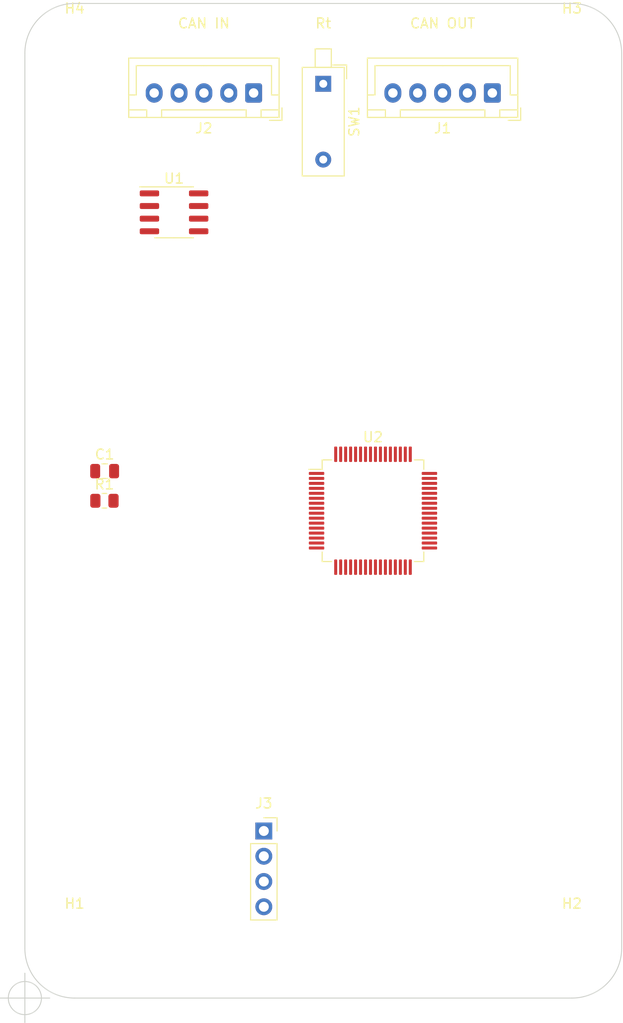
<source format=kicad_pcb>
(kicad_pcb (version 20211014) (generator pcbnew)
  (layers (0 "F.Cu" signal) (31 "B.Cu" signal) (34 "B.Paste" user) (35 "F.Paste" user) (36 "B.SilkS" user "B.Silkscreen") (37 "F.SilkS" user "F.Silkscreen") (38 "B.Mask" user) (39 "F.Mask" user) (44 "Edge.Cuts" user))
  (net 0 "")
  (net 3 "/CAN_GND")
  (net 4 "/CAN_L")
  (net 5 "/CAN_SHLD")
  (net 6 "/CAN_H")
  (net 7 "/PWR_in")
  (net 8 "/+5V")
  (net 9 "/SWDIO")
  (net 10 "/SWDCLK")
  (net 11 "/GND")
  (footprint "MountingHole:MountingHole_3.5mm" (layer "F.Cu") (at 150 40)
    (fp_text reference "H3" (at 0 -4.5) (layer "F.SilkS"))
    (fp_text value "MountingHole")
    (pad "" np_thru_hole circle (at 0 0) (size 3.5 3.5) (drill 3.5) (layers *.Cu *.Mask))
  )
  (footprint "Package_SO:SOIC-8_3.9x4.9mm_P1.27mm" (layer "F.Cu") (at 110 56)
    (fp_text reference "U1" (at 0 -3.4) (layer "F.SilkS"))
    (fp_text value "SN65HVD232")
    (fp_line (start 0 2.56) (end -1.95 2.56) (layer "F.SilkS") (width 0.12))
    (fp_line (start 0 -2.56) (end 1.95 -2.56) (layer "F.SilkS") (width 0.12))
    (fp_line (start 0 2.56) (end 1.95 2.56) (layer "F.SilkS") (width 0.12))
    (fp_line (start 0 -2.56) (end -3.45 -2.56) (layer "F.SilkS") (width 0.12))
    (pad "1" smd roundrect (at -2.475 -1.905) (size 1.95 0.6) (layers "F.Cu" "F.Paste" "F.Mask"))
    (pad "2" smd roundrect (at -2.475 -0.635) (size 1.95 0.6) (layers "F.Cu" "F.Paste" "F.Mask"))
    (pad "3" smd roundrect (at -2.475 0.635) (size 1.95 0.6) (layers "F.Cu" "F.Paste" "F.Mask"))
    (pad "4" smd roundrect (at -2.475 1.905) (size 1.95 0.6) (layers "F.Cu" "F.Paste" "F.Mask"))
    (pad "5" smd roundrect (at 2.475 1.905) (size 1.95 0.6) (layers "F.Cu" "F.Paste" "F.Mask"))
    (pad "6" smd roundrect (at 2.475 0.635) (size 1.95 0.6) (layers "F.Cu" "F.Paste" "F.Mask"))
    (pad "7" smd roundrect (at 2.475 -0.635) (size 1.95 0.6) (layers "F.Cu" "F.Paste" "F.Mask"))
    (pad "8" smd roundrect (at 2.475 -1.905) (size 1.95 0.6) (layers "F.Cu" "F.Paste" "F.Mask"))
  )
  (footprint "Package_QFP:LQFP-64_10x10mm_P0.5mm" (layer "F.Cu") (at 130 86)
    (fp_text reference "U2" (at 0 -7.4) (layer "F.SilkS"))
    (fp_text value "STM32F412RGTx")
    (fp_line (start -5.11 -5.11) (end -5.11 -4.16) (layer "F.SilkS") (width 0.12))
    (fp_line (start -4.16 5.11) (end -5.11 5.11) (layer "F.SilkS") (width 0.12))
    (fp_line (start -5.11 5.11) (end -5.11 4.16) (layer "F.SilkS") (width 0.12))
    (fp_line (start 4.16 -5.11) (end 5.11 -5.11) (layer "F.SilkS") (width 0.12))
    (fp_line (start -5.11 -4.16) (end -6.45 -4.16) (layer "F.SilkS") (width 0.12))
    (fp_line (start 4.16 5.11) (end 5.11 5.11) (layer "F.SilkS") (width 0.12))
    (fp_line (start -4.16 -5.11) (end -5.11 -5.11) (layer "F.SilkS") (width 0.12))
    (fp_line (start 5.11 -5.11) (end 5.11 -4.16) (layer "F.SilkS") (width 0.12))
    (fp_line (start 5.11 5.11) (end 5.11 4.16) (layer "F.SilkS") (width 0.12))
    (pad "1" smd roundrect (at -5.675 -3.75) (size 1.55 0.3) (layers "F.Cu" "F.Paste" "F.Mask"))
    (pad "2" smd roundrect (at -5.675 -3.25) (size 1.55 0.3) (layers "F.Cu" "F.Paste" "F.Mask"))
    (pad "3" smd roundrect (at -5.675 -2.75) (size 1.55 0.3) (layers "F.Cu" "F.Paste" "F.Mask"))
    (pad "4" smd roundrect (at -5.675 -2.25) (size 1.55 0.3) (layers "F.Cu" "F.Paste" "F.Mask"))
    (pad "5" smd roundrect (at -5.675 -1.75) (size 1.55 0.3) (layers "F.Cu" "F.Paste" "F.Mask"))
    (pad "6" smd roundrect (at -5.675 -1.25) (size 1.55 0.3) (layers "F.Cu" "F.Paste" "F.Mask"))
    (pad "7" smd roundrect (at -5.675 -0.75) (size 1.55 0.3) (layers "F.Cu" "F.Paste" "F.Mask"))
    (pad "8" smd roundrect (at -5.675 -0.25) (size 1.55 0.3) (layers "F.Cu" "F.Paste" "F.Mask"))
    (pad "9" smd roundrect (at -5.675 0.25) (size 1.55 0.3) (layers "F.Cu" "F.Paste" "F.Mask"))
    (pad "10" smd roundrect (at -5.675 0.75) (size 1.55 0.3) (layers "F.Cu" "F.Paste" "F.Mask"))
    (pad "11" smd roundrect (at -5.675 1.25) (size 1.55 0.3) (layers "F.Cu" "F.Paste" "F.Mask"))
    (pad "12" smd roundrect (at -5.675 1.75) (size 1.55 0.3) (layers "F.Cu" "F.Paste" "F.Mask"))
    (pad "13" smd roundrect (at -5.675 2.25) (size 1.55 0.3) (layers "F.Cu" "F.Paste" "F.Mask"))
    (pad "14" smd roundrect (at -5.675 2.75) (size 1.55 0.3) (layers "F.Cu" "F.Paste" "F.Mask"))
    (pad "15" smd roundrect (at -5.675 3.25) (size 1.55 0.3) (layers "F.Cu" "F.Paste" "F.Mask"))
    (pad "16" smd roundrect (at -5.675 3.75) (size 1.55 0.3) (layers "F.Cu" "F.Paste" "F.Mask"))
    (pad "17" smd roundrect (at -3.75 5.675) (size 0.3 1.55) (layers "F.Cu" "F.Paste" "F.Mask"))
    (pad "18" smd roundrect (at -3.25 5.675) (size 0.3 1.55) (layers "F.Cu" "F.Paste" "F.Mask"))
    (pad "19" smd roundrect (at -2.75 5.675) (size 0.3 1.55) (layers "F.Cu" "F.Paste" "F.Mask"))
    (pad "20" smd roundrect (at -2.25 5.675) (size 0.3 1.55) (layers "F.Cu" "F.Paste" "F.Mask"))
    (pad "21" smd roundrect (at -1.75 5.675) (size 0.3 1.55) (layers "F.Cu" "F.Paste" "F.Mask"))
    (pad "22" smd roundrect (at -1.25 5.675) (size 0.3 1.55) (layers "F.Cu" "F.Paste" "F.Mask"))
    (pad "23" smd roundrect (at -0.75 5.675) (size 0.3 1.55) (layers "F.Cu" "F.Paste" "F.Mask"))
    (pad "24" smd roundrect (at -0.25 5.675) (size 0.3 1.55) (layers "F.Cu" "F.Paste" "F.Mask"))
    (pad "25" smd roundrect (at 0.25 5.675) (size 0.3 1.55) (layers "F.Cu" "F.Paste" "F.Mask"))
    (pad "26" smd roundrect (at 0.75 5.675) (size 0.3 1.55) (layers "F.Cu" "F.Paste" "F.Mask"))
    (pad "27" smd roundrect (at 1.25 5.675) (size 0.3 1.55) (layers "F.Cu" "F.Paste" "F.Mask"))
    (pad "28" smd roundrect (at 1.75 5.675) (size 0.3 1.55) (layers "F.Cu" "F.Paste" "F.Mask"))
    (pad "29" smd roundrect (at 2.25 5.675) (size 0.3 1.55) (layers "F.Cu" "F.Paste" "F.Mask"))
    (pad "30" smd roundrect (at 2.75 5.675) (size 0.3 1.55) (layers "F.Cu" "F.Paste" "F.Mask"))
    (pad "31" smd roundrect (at 3.25 5.675) (size 0.3 1.55) (layers "F.Cu" "F.Paste" "F.Mask"))
    (pad "32" smd roundrect (at 3.75 5.675) (size 0.3 1.55) (layers "F.Cu" "F.Paste" "F.Mask"))
    (pad "33" smd roundrect (at 5.675 3.75) (size 1.55 0.3) (layers "F.Cu" "F.Paste" "F.Mask"))
    (pad "34" smd roundrect (at 5.675 3.25) (size 1.55 0.3) (layers "F.Cu" "F.Paste" "F.Mask"))
    (pad "35" smd roundrect (at 5.675 2.75) (size 1.55 0.3) (layers "F.Cu" "F.Paste" "F.Mask"))
    (pad "36" smd roundrect (at 5.675 2.25) (size 1.55 0.3) (layers "F.Cu" "F.Paste" "F.Mask"))
    (pad "37" smd roundrect (at 5.675 1.75) (size 1.55 0.3) (layers "F.Cu" "F.Paste" "F.Mask"))
    (pad "38" smd roundrect (at 5.675 1.25) (size 1.55 0.3) (layers "F.Cu" "F.Paste" "F.Mask"))
    (pad "39" smd roundrect (at 5.675 0.75) (size 1.55 0.3) (layers "F.Cu" "F.Paste" "F.Mask"))
    (pad "40" smd roundrect (at 5.675 0.25) (size 1.55 0.3) (layers "F.Cu" "F.Paste" "F.Mask"))
    (pad "41" smd roundrect (at 5.675 -0.25) (size 1.55 0.3) (layers "F.Cu" "F.Paste" "F.Mask"))
    (pad "42" smd roundrect (at 5.675 -0.75) (size 1.55 0.3) (layers "F.Cu" "F.Paste" "F.Mask"))
    (pad "43" smd roundrect (at 5.675 -1.25) (size 1.55 0.3) (layers "F.Cu" "F.Paste" "F.Mask"))
    (pad "44" smd roundrect (at 5.675 -1.75) (size 1.55 0.3) (layers "F.Cu" "F.Paste" "F.Mask"))
    (pad "45" smd roundrect (at 5.675 -2.25) (size 1.55 0.3) (layers "F.Cu" "F.Paste" "F.Mask"))
    (pad "46" smd roundrect (at 5.675 -2.75) (size 1.55 0.3) (layers "F.Cu" "F.Paste" "F.Mask"))
    (pad "47" smd roundrect (at 5.675 -3.25) (size 1.55 0.3) (layers "F.Cu" "F.Paste" "F.Mask"))
    (pad "48" smd roundrect (at 5.675 -3.75) (size 1.55 0.3) (layers "F.Cu" "F.Paste" "F.Mask"))
    (pad "49" smd roundrect (at 3.75 -5.675) (size 0.3 1.55) (layers "F.Cu" "F.Paste" "F.Mask"))
    (pad "50" smd roundrect (at 3.25 -5.675) (size 0.3 1.55) (layers "F.Cu" "F.Paste" "F.Mask"))
    (pad "51" smd roundrect (at 2.75 -5.675) (size 0.3 1.55) (layers "F.Cu" "F.Paste" "F.Mask"))
    (pad "52" smd roundrect (at 2.25 -5.675) (size 0.3 1.55) (layers "F.Cu" "F.Paste" "F.Mask"))
    (pad "53" smd roundrect (at 1.75 -5.675) (size 0.3 1.55) (layers "F.Cu" "F.Paste" "F.Mask"))
    (pad "54" smd roundrect (at 1.25 -5.675) (size 0.3 1.55) (layers "F.Cu" "F.Paste" "F.Mask"))
    (pad "55" smd roundrect (at 0.75 -5.675) (size 0.3 1.55) (layers "F.Cu" "F.Paste" "F.Mask"))
    (pad "56" smd roundrect (at 0.25 -5.675) (size 0.3 1.55) (layers "F.Cu" "F.Paste" "F.Mask"))
    (pad "57" smd roundrect (at -0.25 -5.675) (size 0.3 1.55) (layers "F.Cu" "F.Paste" "F.Mask"))
    (pad "58" smd roundrect (at -0.75 -5.675) (size 0.3 1.55) (layers "F.Cu" "F.Paste" "F.Mask"))
    (pad "59" smd roundrect (at -1.25 -5.675) (size 0.3 1.55) (layers "F.Cu" "F.Paste" "F.Mask"))
    (pad "60" smd roundrect (at -1.75 -5.675) (size 0.3 1.55) (layers "F.Cu" "F.Paste" "F.Mask"))
    (pad "61" smd roundrect (at -2.25 -5.675) (size 0.3 1.55) (layers "F.Cu" "F.Paste" "F.Mask"))
    (pad "62" smd roundrect (at -2.75 -5.675) (size 0.3 1.55) (layers "F.Cu" "F.Paste" "F.Mask"))
    (pad "63" smd roundrect (at -3.25 -5.675) (size 0.3 1.55) (layers "F.Cu" "F.Paste" "F.Mask"))
    (pad "64" smd roundrect (at -3.75 -5.675) (size 0.3 1.55) (layers "F.Cu" "F.Paste" "F.Mask"))
  )
  (footprint "MountingHole:MountingHole_3.5mm" (layer "F.Cu") (at 150 130)
    (fp_text reference "H2" (at 0 -4.5) (layer "F.SilkS"))
    (fp_text value "MountingHole")
    (pad "" np_thru_hole circle (at 0 0) (size 3.5 3.5) (drill 3.5) (layers *.Cu *.Mask))
  )
  (footprint "Resistor_SMD:R_0805_2012Metric" (layer "F.Cu") (at 103 85)
    (fp_text reference "R1" (at 0 -1.65) (layer "F.SilkS"))
    (fp_text value "R_Small")
    (fp_line (start -0.227064 -0.735) (end 0.227064 -0.735) (layer "F.SilkS") (width 0.12))
    (fp_line (start -0.227064 0.735) (end 0.227064 0.735) (layer "F.SilkS") (width 0.12))
    (pad "1" smd roundrect (at -0.9125 0) (size 1.025 1.4) (layers "F.Cu" "F.Paste" "F.Mask") (roundrect_rratio 0.243902))
    (pad "2" smd roundrect (at 0.9125 0) (size 1.025 1.4) (layers "F.Cu" "F.Paste" "F.Mask") (roundrect_rratio 0.243902))
  )
  (footprint "Capacitor_SMD:C_0805_2012Metric" (layer "F.Cu") (at 103.02 82.02)
    (fp_text reference "C1" (at 0 -1.68) (layer "F.SilkS"))
    (fp_text value "C_Small")
    (fp_line (start -0.261252 -0.735) (end 0.261252 -0.735) (layer "F.SilkS") (width 0.12))
    (fp_line (start -0.261252 0.735) (end 0.261252 0.735) (layer "F.SilkS") (width 0.12))
    (pad "1" smd roundrect (at -0.95 0) (size 1 1.45) (layers "F.Cu" "F.Paste" "F.Mask"))
    (pad "2" smd roundrect (at 0.95 0) (size 1 1.45) (layers "F.Cu" "F.Paste" "F.Mask"))
  )
  (footprint "Connector_PinSocket_2.54mm:PinSocket_1x04_P2.54mm_Vertical" (layer "F.Cu") (at 119.025 118.2)
    (fp_text reference "J3" (at 0 -2.77) (layer "F.SilkS"))
    (fp_text value "Conn_01x04")
    (fp_line (start 1.33 -1.33) (end 1.33 0) (layer "F.SilkS") (width 0.12))
    (fp_line (start -1.33 8.95) (end 1.33 8.95) (layer "F.SilkS") (width 0.12))
    (fp_line (start -1.33 1.27) (end 1.33 1.27) (layer "F.SilkS") (width 0.12))
    (fp_line (start -1.33 1.27) (end -1.33 8.95) (layer "F.SilkS") (width 0.12))
    (fp_line (start 0 -1.33) (end 1.33 -1.33) (layer "F.SilkS") (width 0.12))
    (fp_line (start 1.33 1.27) (end 1.33 8.95) (layer "F.SilkS") (width 0.12))
    (pad "1" thru_hole rect (at 0 0) (size 1.7 1.7) (drill 1) (layers *.Cu *.Mask) (net 8 "/+5V"))
    (pad "2" thru_hole oval (at 0 2.54) (size 1.7 1.7) (drill 1) (layers *.Cu *.Mask) (net 9 "/SWDIO"))
    (pad "3" thru_hole oval (at 0 5.08) (size 1.7 1.7) (drill 1) (layers *.Cu *.Mask) (net 10 "/SWDCLK"))
    (pad "4" thru_hole oval (at 0 7.62) (size 1.7 1.7) (drill 1) (layers *.Cu *.Mask) (net 11 "/GND"))
  )
  (footprint "MountingHole:MountingHole_3.5mm" (layer "F.Cu") (at 100 130)
    (fp_text reference "H1" (at 0 -4.5) (layer "F.SilkS"))
    (fp_text value "MountingHole")
    (pad "" np_thru_hole circle (at 0 0) (size 3.5 3.5) (drill 3.5) (layers *.Cu *.Mask))
  )
  (footprint "Connector_JST:JST_XH_B5B-XH-A_1x05_P2.50mm_Vertical" (layer "F.Cu") (at 142 44 180)
    (fp_text reference "J1" (at 5 -3.55) (layer "F.SilkS"))
    (fp_text value "Conn_01x05")
    (fp_line (start 12.56 3.51) (end 12.56 -2.46) (layer "F.SilkS") (width 0.12))
    (fp_line (start 12.55 -1.7) (end 12.55 -2.45) (layer "F.SilkS") (width 0.12))
    (fp_line (start -1.6 -2.75) (end -2.85 -2.75) (layer "F.SilkS") (width 0.12))
    (fp_line (start 11.8 2.75) (end 5 2.75) (layer "F.SilkS") (width 0.12))
    (fp_line (start 0.75 -2.45) (end 0.75 -1.7) (layer "F.SilkS") (width 0.12))
    (fp_line (start -2.85 -2.75) (end -2.85 -1.5) (layer "F.SilkS") (width 0.12))
    (fp_line (start -2.55 -1.7) (end -0.75 -1.7) (layer "F.SilkS") (width 0.12))
    (fp_line (start 12.55 -2.45) (end 10.75 -2.45) (layer "F.SilkS") (width 0.12))
    (fp_line (start -1.8 2.75) (end 5 2.75) (layer "F.SilkS") (width 0.12))
    (fp_line (start 10.75 -1.7) (end 12.55 -1.7) (layer "F.SilkS") (width 0.12))
    (fp_line (start 12.56 -2.46) (end -2.56 -2.46) (layer "F.SilkS") (width 0.12))
    (fp_line (start 9.25 -1.7) (end 9.25 -2.45) (layer "F.SilkS") (width 0.12))
    (fp_line (start 11.8 -0.2) (end 11.8 2.75) (layer "F.SilkS") (width 0.12))
    (fp_line (start -1.8 -0.2) (end -1.8 2.75) (layer "F.SilkS") (width 0.12))
    (fp_line (start -0.75 -2.45) (end -2.55 -2.45) (layer "F.SilkS") (width 0.12))
    (fp_line (start 12.55 -0.2) (end 11.8 -0.2) (layer "F.SilkS") (width 0.12))
    (fp_line (start 9.25 -2.45) (end 0.75 -2.45) (layer "F.SilkS") (width 0.12))
    (fp_line (start -2.55 -0.2) (end -1.8 -0.2) (layer "F.SilkS") (width 0.12))
    (fp_line (start -2.56 -2.46) (end -2.56 3.51) (layer "F.SilkS") (width 0.12))
    (fp_line (start -0.75 -1.7) (end -0.75 -2.45) (layer "F.SilkS") (width 0.12))
    (fp_line (start 10.75 -2.45) (end 10.75 -1.7) (layer "F.SilkS") (width 0.12))
    (fp_line (start -2.55 -2.45) (end -2.55 -1.7) (layer "F.SilkS") (width 0.12))
    (fp_line (start -2.56 3.51) (end 12.56 3.51) (layer "F.SilkS") (width 0.12))
    (fp_line (start 0.75 -1.7) (end 9.25 -1.7) (layer "F.SilkS") (width 0.12))
    (pad "1" thru_hole roundrect (at 0 0 180) (size 1.7 1.95) (drill 0.95) (layers *.Cu *.Mask) (roundrect_rratio 0.147059) (net 3 "/CAN_GND"))
    (pad "2" thru_hole oval (at 2.5 0 180) (size 1.7 1.95) (drill 0.95) (layers *.Cu *.Mask) (net 4 "/CAN_L"))
    (pad "3" thru_hole oval (at 5 0 180) (size 1.7 1.95) (drill 0.95) (layers *.Cu *.Mask) (net 5 "/CAN_SHLD"))
    (pad "4" thru_hole oval (at 7.5 0 180) (size 1.7 1.95) (drill 0.95) (layers *.Cu *.Mask) (net 6 "/CAN_H"))
    (pad "5" thru_hole oval (at 10 0 180) (size 1.7 1.95) (drill 0.95) (layers *.Cu *.Mask) (net 7 "/PWR_in"))
  )
  (footprint "Button_Switch_THT:SW_DIP_SPSTx01_Piano_10.8x4.1mm_W7.62mm_P2.54mm" (layer "F.Cu") (at 125 43.075 -90)
    (fp_text reference "SW1" (at 3.81 -3.11 90) (layer "F.SilkS"))
    (fp_text value "SW_DIP_x01")
    (fp_line (start 9.27 -2.11) (end 9.27 2.11) (layer "F.SilkS") (width 0.12))
    (fp_line (start -3.51 -0.81) (end -3.51 0.81) (layer "F.SilkS") (width 0.12))
    (fp_line (start -1.65 -2.11) (end 9.27 -2.11) (layer "F.SilkS") (width 0.12))
    (fp_line (start -1.89 -2.35) (end -1.89 -0.967) (layer "F.SilkS") (width 0.12))
    (fp_line (start -1.89 -2.35) (end -0.507 -2.35) (layer "F.SilkS") (width 0.12))
    (fp_line (start -1.65 -2.11) (end -1.65 2.11) (layer "F.SilkS") (width 0.12))
    (fp_line (start -3.51 -0.81) (end -1.65 -0.81) (layer "F.SilkS") (width 0.12))
    (fp_line (start -1.65 -0.81) (end -1.65 0.81) (layer "F.SilkS") (width 0.12))
    (fp_line (start -1.65 2.11) (end 9.27 2.11) (layer "F.SilkS") (width 0.12))
    (fp_line (start -3.51 0.81) (end -1.65 0.81) (layer "F.SilkS") (width 0.12))
    (pad "1" thru_hole rect (at 0 0 270) (size 1.6 1.6) (drill 0.8) (layers *.Cu *.Mask))
    (pad "2" thru_hole oval (at 7.62 0 270) (size 1.6 1.6) (drill 0.8) (layers *.Cu *.Mask))
  )
  (footprint "MountingHole:MountingHole_3.5mm" (layer "F.Cu") (at 100 40)
    (fp_text reference "H4" (at 0 -4.5) (layer "F.SilkS"))
    (fp_text value "MountingHole")
    (pad "" np_thru_hole circle (at 0 0) (size 3.5 3.5) (drill 3.5) (layers *.Cu *.Mask))
  )
  (footprint "Connector_JST:JST_XH_B5B-XH-A_1x05_P2.50mm_Vertical" (layer "F.Cu") (at 118 44 180)
    (fp_text reference "J2" (at 5 -3.55) (layer "F.SilkS"))
    (fp_text value "Conn_01x05")
    (fp_line (start -1.6 -2.75) (end -2.85 -2.75) (layer "F.SilkS") (width 0.12))
    (fp_line (start 9.25 -2.45) (end 0.75 -2.45) (layer "F.SilkS") (width 0.12))
    (fp_line (start -2.85 -2.75) (end -2.85 -1.5) (layer "F.SilkS") (width 0.12))
    (fp_line (start -1.8 2.75) (end 5 2.75) (layer "F.SilkS") (width 0.12))
    (fp_line (start 9.25 -1.7) (end 9.25 -2.45) (layer "F.SilkS") (width 0.12))
    (fp_line (start 11.8 -0.2) (end 11.8 2.75) (layer "F.SilkS") (width 0.12))
    (fp_line (start 10.75 -2.45) (end 10.75 -1.7) (layer "F.SilkS") (width 0.12))
    (fp_line (start 0.75 -1.7) (end 9.25 -1.7) (layer "F.SilkS") (width 0.12))
    (fp_line (start 12.55 -2.45) (end 10.75 -2.45) (layer "F.SilkS") (width 0.12))
    (fp_line (start 0.75 -2.45) (end 0.75 -1.7) (layer "F.SilkS") (width 0.12))
    (fp_line (start -1.8 -0.2) (end -1.8 2.75) (layer "F.SilkS") (width 0.12))
    (fp_line (start 12.56 3.51) (end 12.56 -2.46) (layer "F.SilkS") (width 0.12))
    (fp_line (start 12.56 -2.46) (end -2.56 -2.46) (layer "F.SilkS") (width 0.12))
    (fp_line (start -0.75 -2.45) (end -2.55 -2.45) (layer "F.SilkS") (width 0.12))
    (fp_line (start -2.56 3.51) (end 12.56 3.51) (layer "F.SilkS") (width 0.12))
    (fp_line (start 11.8 2.75) (end 5 2.75) (layer "F.SilkS") (width 0.12))
    (fp_line (start -2.56 -2.46) (end -2.56 3.51) (layer "F.SilkS") (width 0.12))
    (fp_line (start -2.55 -2.45) (end -2.55 -1.7) (layer "F.SilkS") (width 0.12))
    (fp_line (start 12.55 -1.7) (end 12.55 -2.45) (layer "F.SilkS") (width 0.12))
    (fp_line (start 10.75 -1.7) (end 12.55 -1.7) (layer "F.SilkS") (width 0.12))
    (fp_line (start -0.75 -1.7) (end -0.75 -2.45) (layer "F.SilkS") (width 0.12))
    (fp_line (start -2.55 -1.7) (end -0.75 -1.7) (layer "F.SilkS") (width 0.12))
    (fp_line (start 12.55 -0.2) (end 11.8 -0.2) (layer "F.SilkS") (width 0.12))
    (fp_line (start -2.55 -0.2) (end -1.8 -0.2) (layer "F.SilkS") (width 0.12))
    (pad "1" thru_hole roundrect (at 0 0 180) (size 1.7 1.95) (drill 0.95) (layers *.Cu *.Mask) (roundrect_rratio 0.147059) (net 3 "/CAN_GND"))
    (pad "2" thru_hole oval (at 2.5 0 180) (size 1.7 1.95) (drill 0.95) (layers *.Cu *.Mask) (net 4 "/CAN_L"))
    (pad "3" thru_hole oval (at 5 0 180) (size 1.7 1.95) (drill 0.95) (layers *.Cu *.Mask) (net 5 "/CAN_SHLD"))
    (pad "4" thru_hole oval (at 7.5 0 180) (size 1.7 1.95) (drill 0.95) (layers *.Cu *.Mask) (net 6 "/CAN_H"))
    (pad "5" thru_hole oval (at 10 0 180) (size 1.7 1.95) (drill 0.95) (layers *.Cu *.Mask) (net 7 "/PWR_in"))
  )
  (gr_arc (start 95 40) (mid 96.464466 36.464466) (end 100 35) (layer "Edge.Cuts") (width 0.1))
  (gr_line (start 155 130) (end 155 40) (layer "Edge.Cuts") (width 0.1))
  (gr_arc (start 150 35) (mid 153.535534 36.464466) (end 155 40) (layer "Edge.Cuts") (width 0.1))
  (gr_line (start 100 135) (end 150 135) (layer "Edge.Cuts") (width 0.1))
  (gr_arc (start 100 135) (mid 96.464466 133.535534) (end 95 130) (layer "Edge.Cuts") (width 0.1))
  (gr_arc (start 155 130) (mid 153.535534 133.535534) (end 150 135) (layer "Edge.Cuts") (width 0.1))
  (gr_line (start 100 35) (end 150 35) (layer "Edge.Cuts") (width 0.1))
  (gr_line (start 95 130) (end 95 40) (layer "Edge.Cuts") (width 0.1))
  (gr_text "CAN IN" (at 113 37) (layer "F.SilkS") (effects (font (size 1 1))))
  (gr_text "Rt" (at 125 37) (layer "F.SilkS") (effects (font (size 1 1))))
  (gr_text "CAN OUT" (at 137 37) (layer "F.SilkS") (effects (font (size 1 1))))
  (target plus (at 95 135) (size 5) (width 0.1) (layer "Edge.Cuts"))
)
</source>
